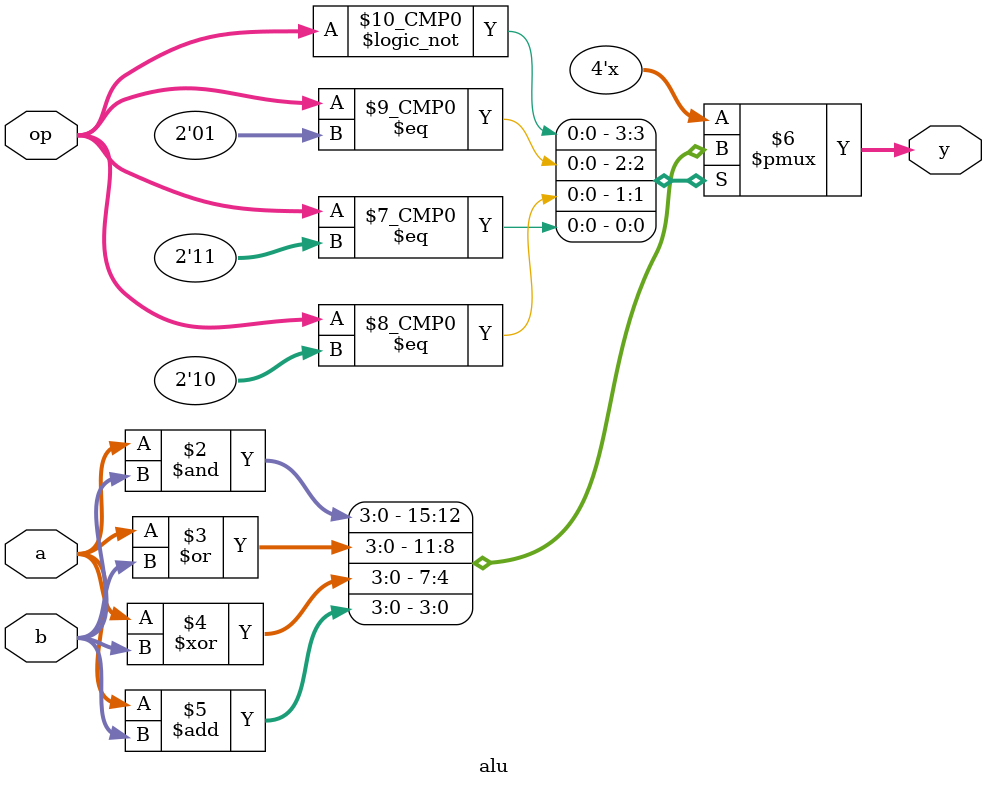
<source format=v>
`timescale 1ns / 1ps


module alu(
    input [3:0] a,b,
    input [1:0] op,
    output reg [3:0] y

    );
    always @(*) begin
        case (op)
            2'b00 : y = a & b;
            2'b01 : y = a | b;
            2'b10 : y = a ^ b;
            2'b11 : y = a + b;
        endcase
    end
endmodule

</source>
